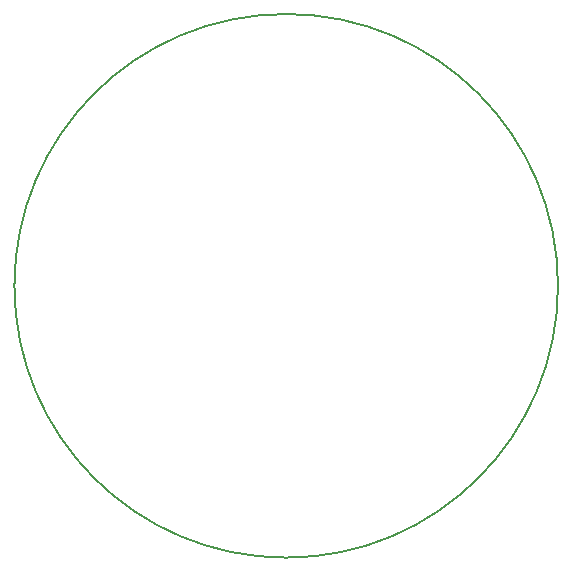
<source format=gbo>
%FSLAX24Y24*%
%MOIN*%
G70*
G01*
G75*
G04 Layer_Color=32896*
%ADD10R,0.0500X0.0299*%
%ADD11R,0.0551X0.0236*%
%ADD12R,0.0709X0.0236*%
%ADD13R,0.0315X0.0354*%
%ADD14R,0.0500X0.1000*%
%ADD15R,0.0512X0.0217*%
%ADD16R,0.0354X0.0315*%
%ADD17R,0.0472X0.0551*%
%ADD18R,0.0354X0.0276*%
%ADD19R,0.0217X0.0394*%
%ADD20R,0.0276X0.0354*%
%ADD21R,0.0217X0.0512*%
%ADD22R,0.0512X0.0236*%
%ADD23R,0.1500X0.1000*%
G04:AMPARAMS|DCode=24|XSize=60mil|YSize=40mil|CornerRadius=0mil|HoleSize=0mil|Usage=FLASHONLY|Rotation=45.000|XOffset=0mil|YOffset=0mil|HoleType=Round|Shape=Rectangle|*
%AMROTATEDRECTD24*
4,1,4,-0.0071,-0.0354,-0.0354,-0.0071,0.0071,0.0354,0.0354,0.0071,-0.0071,-0.0354,0.0*
%
%ADD24ROTATEDRECTD24*%

%ADD25O,0.1181X0.3150*%
%ADD26R,0.8661X0.8661*%
%ADD27C,0.0120*%
%ADD28C,0.0200*%
%ADD29C,0.0150*%
%ADD30C,0.0300*%
%ADD31O,0.0669X0.1102*%
%ADD32C,0.1100*%
%ADD33C,0.0400*%
%ADD34C,0.0098*%
%ADD35C,0.0079*%
%ADD36C,0.0080*%
%ADD37C,0.0100*%
%ADD38C,0.0060*%
%ADD39R,0.0560X0.0359*%
%ADD40R,0.0611X0.0296*%
%ADD41R,0.0769X0.0296*%
%ADD42R,0.0375X0.0414*%
%ADD43R,0.0560X0.1060*%
%ADD44R,0.0572X0.0277*%
%ADD45R,0.0414X0.0375*%
%ADD46R,0.0532X0.0611*%
%ADD47R,0.0414X0.0336*%
%ADD48R,0.0277X0.0454*%
%ADD49R,0.0336X0.0414*%
%ADD50R,0.0277X0.0572*%
%ADD51R,0.0572X0.0296*%
%ADD52R,0.1560X0.1060*%
G04:AMPARAMS|DCode=53|XSize=66mil|YSize=46mil|CornerRadius=0mil|HoleSize=0mil|Usage=FLASHONLY|Rotation=45.000|XOffset=0mil|YOffset=0mil|HoleType=Round|Shape=Rectangle|*
%AMROTATEDRECTD53*
4,1,4,-0.0071,-0.0396,-0.0396,-0.0071,0.0071,0.0396,0.0396,0.0071,-0.0071,-0.0396,0.0*
%
%ADD53ROTATEDRECTD53*%

%ADD54O,0.1241X0.3210*%
%ADD55R,0.8721X0.8721*%
%ADD56O,0.0729X0.1162*%
%ADD57C,0.0700*%
%ADD58C,0.0460*%
%ADD59C,0.0050*%
D59*
X9060Y0D02*
G03*
X9060Y0I-9060J0D01*
G01*
M02*

</source>
